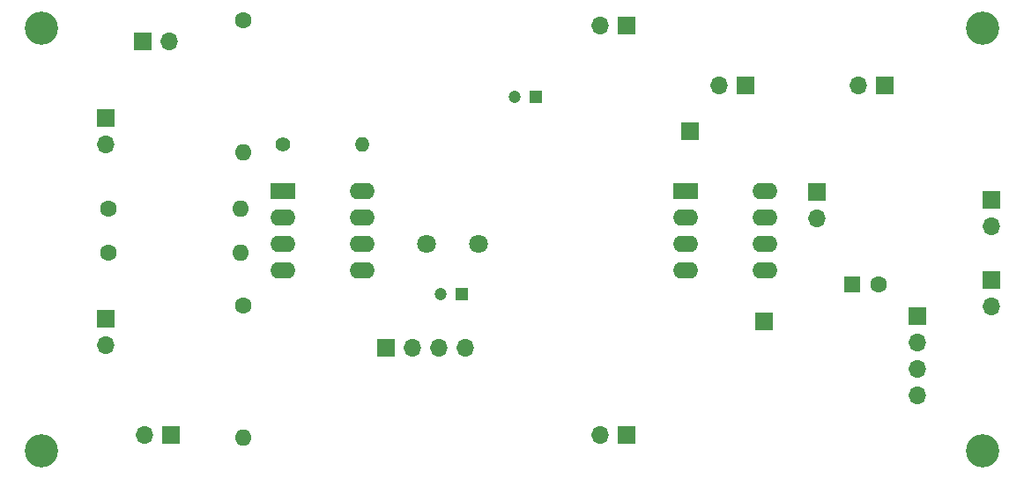
<source format=gbr>
%TF.GenerationSoftware,KiCad,Pcbnew,8.0.0-8.0.0-1~ubuntu22.04.1*%
%TF.CreationDate,2024-03-07T15:00:58-08:00*%
%TF.ProjectId,INAAmplifierRev2,494e4141-6d70-46c6-9966-696572526576,rev?*%
%TF.SameCoordinates,PX2bf7208PY9a4d770*%
%TF.FileFunction,Soldermask,Bot*%
%TF.FilePolarity,Negative*%
%FSLAX46Y46*%
G04 Gerber Fmt 4.6, Leading zero omitted, Abs format (unit mm)*
G04 Created by KiCad (PCBNEW 8.0.0-8.0.0-1~ubuntu22.04.1) date 2024-03-07 15:00:58*
%MOMM*%
%LPD*%
G01*
G04 APERTURE LIST*
%ADD10R,1.700000X1.700000*%
%ADD11O,1.700000X1.700000*%
%ADD12R,2.400000X1.600000*%
%ADD13O,2.400000X1.600000*%
%ADD14R,1.200000X1.200000*%
%ADD15C,1.200000*%
%ADD16C,3.200000*%
%ADD17C,1.600000*%
%ADD18O,1.600000X1.600000*%
%ADD19C,1.400000*%
%ADD20O,1.400000X1.400000*%
%ADD21R,1.600000X1.600000*%
%ADD22C,1.800000*%
G04 APERTURE END LIST*
D10*
%TO.C,J15*%
X96000000Y21275000D03*
D11*
X96000000Y18735000D03*
%TD*%
D12*
%TO.C,U2*%
X66660000Y29835000D03*
D13*
X66660000Y27295000D03*
X66660000Y24755000D03*
X66660000Y22215000D03*
X74280000Y22215000D03*
X74280000Y24755000D03*
X74280000Y27295000D03*
X74280000Y29835000D03*
%TD*%
D14*
%TO.C,C5*%
X45081323Y19925060D03*
D15*
X43081323Y19925060D03*
%TD*%
D16*
%TO.C,H1*%
X4699000Y4826000D03*
%TD*%
D10*
%TO.C,J6*%
X85730000Y40005000D03*
D11*
X83190000Y40005000D03*
%TD*%
D16*
%TO.C,H3*%
X95123000Y45466000D03*
%TD*%
D10*
%TO.C,J14*%
X88900000Y17770000D03*
D11*
X88900000Y15230000D03*
X88900000Y12690000D03*
X88900000Y10150000D03*
%TD*%
D17*
%TO.C,R2*%
X11152500Y23876000D03*
D18*
X23852500Y23876000D03*
%TD*%
D16*
%TO.C,H2*%
X4699000Y45466000D03*
%TD*%
D19*
%TO.C,R10*%
X27940000Y34290000D03*
D20*
X35560000Y34290000D03*
%TD*%
D10*
%TO.C,J8*%
X60965000Y6350000D03*
D11*
X58425000Y6350000D03*
%TD*%
D21*
%TO.C,C13*%
X82637621Y20828000D03*
D17*
X85137621Y20828000D03*
%TD*%
D12*
%TO.C,U1*%
X27925000Y29835000D03*
D13*
X27925000Y27295000D03*
X27925000Y24755000D03*
X27925000Y22215000D03*
X35545000Y22215000D03*
X35545000Y24755000D03*
X35545000Y27295000D03*
X35545000Y29835000D03*
%TD*%
D17*
%TO.C,R5*%
X24130000Y18796000D03*
D18*
X24130000Y6096000D03*
%TD*%
D10*
%TO.C,J4*%
X79248000Y29723000D03*
D11*
X79248000Y27183000D03*
%TD*%
D17*
%TO.C,R6*%
X24130000Y46228000D03*
D18*
X24130000Y33528000D03*
%TD*%
D10*
%TO.C,J5*%
X72390000Y40005000D03*
D11*
X69850000Y40005000D03*
%TD*%
D16*
%TO.C,H4*%
X95123000Y4826000D03*
%TD*%
D10*
%TO.C,J12*%
X37856000Y14732000D03*
D11*
X40396000Y14732000D03*
X42936000Y14732000D03*
X45476000Y14732000D03*
%TD*%
D17*
%TO.C,R3*%
X11142867Y28097038D03*
D18*
X23842867Y28097038D03*
%TD*%
D22*
%TO.C,C14*%
X41761057Y24704546D03*
X46761057Y24704546D03*
%TD*%
D14*
%TO.C,C7*%
X52197000Y38862000D03*
D15*
X50197000Y38862000D03*
%TD*%
D10*
%TO.C,J7*%
X60960000Y45720000D03*
D11*
X58420000Y45720000D03*
%TD*%
D10*
%TO.C,J1*%
X10898500Y17531000D03*
D11*
X10898500Y14991000D03*
%TD*%
D10*
%TO.C,J3*%
X17150000Y6350000D03*
D11*
X14610000Y6350000D03*
%TD*%
D10*
%TO.C,J11*%
X74168000Y17272000D03*
%TD*%
%TO.C,J10*%
X67056000Y35560000D03*
%TD*%
%TO.C,J2*%
X10898500Y36835000D03*
D11*
X10898500Y34295000D03*
%TD*%
D10*
%TO.C,J13*%
X96000000Y29000000D03*
D11*
X96000000Y26460000D03*
%TD*%
D10*
%TO.C,J9*%
X14473000Y44196000D03*
D11*
X17013000Y44196000D03*
%TD*%
M02*

</source>
